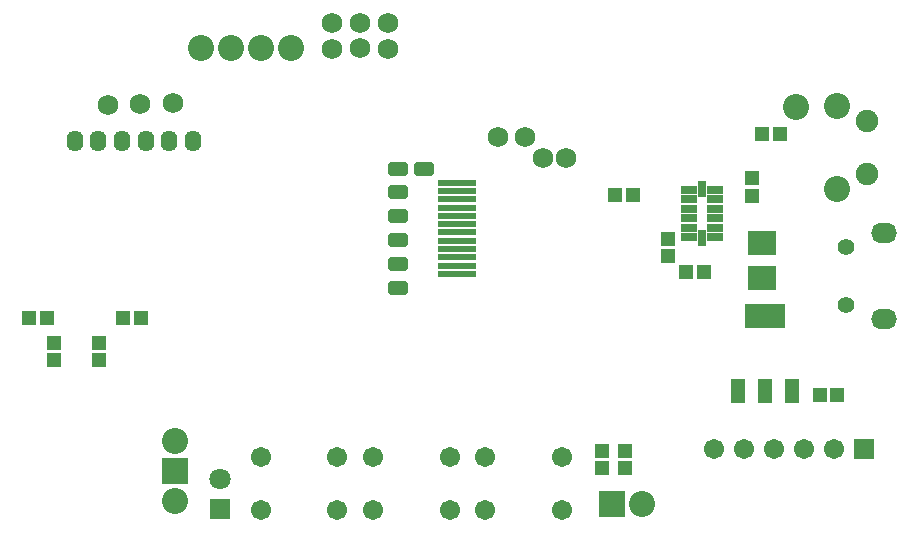
<source format=gts>
G04 Layer_Color=8388736*
%FSLAX44Y44*%
%MOMM*%
G71*
G01*
G75*
G04:AMPARAMS|DCode=50|XSize=1.7272mm|YSize=1.2032mm|CornerRadius=0.3516mm|HoleSize=0mm|Usage=FLASHONLY|Rotation=180.000|XOffset=0mm|YOffset=0mm|HoleType=Round|Shape=RoundedRectangle|*
%AMROUNDEDRECTD50*
21,1,1.7272,0.5000,0,0,180.0*
21,1,1.0240,1.2032,0,0,180.0*
1,1,0.7032,-0.5120,0.2500*
1,1,0.7032,0.5120,0.2500*
1,1,0.7032,0.5120,-0.2500*
1,1,0.7032,-0.5120,-0.2500*
%
%ADD50ROUNDEDRECTD50*%
%ADD51R,1.2032X1.2032*%
%ADD52R,2.4532X2.0032*%
%ADD53R,1.2032X1.2032*%
%ADD54R,1.2032X2.0532*%
%ADD55R,3.4032X2.0532*%
%ADD56R,3.2032X0.6032*%
%ADD57R,1.3482X0.7532*%
%ADD58R,0.7532X1.3482*%
%ADD59C,1.7272*%
%ADD60C,2.2032*%
%ADD61C,1.9032*%
%ADD62R,2.2032X2.2032*%
%ADD63O,1.4032X1.8032*%
%ADD64R,1.7032X1.7032*%
%ADD65C,1.7032*%
%ADD66R,2.2032X2.2032*%
%ADD67R,1.8032X1.8032*%
%ADD68C,1.8032*%
%ADD69O,2.2032X1.7032*%
%ADD70C,1.4031*%
D50*
X249500Y323250D02*
D03*
X227000D02*
D03*
Y223000D02*
D03*
X227250Y243250D02*
D03*
X227500Y263500D02*
D03*
X227000Y284000D02*
D03*
Y304000D02*
D03*
D51*
X400000Y85000D02*
D03*
Y70000D02*
D03*
X420000Y85000D02*
D03*
Y70000D02*
D03*
X456000Y264500D02*
D03*
Y249500D02*
D03*
X527144Y315744D02*
D03*
Y300744D02*
D03*
X-26000Y161500D02*
D03*
Y176500D02*
D03*
X-64000Y161500D02*
D03*
Y176500D02*
D03*
D52*
X536000Y231500D02*
D03*
Y260500D02*
D03*
D53*
X535500Y353000D02*
D03*
X550500D02*
D03*
X599500Y132000D02*
D03*
X584500D02*
D03*
X486500Y236000D02*
D03*
X471500D02*
D03*
X411500Y301000D02*
D03*
X426500D02*
D03*
X9500Y197000D02*
D03*
X-5500D02*
D03*
X-85000D02*
D03*
X-70000D02*
D03*
D54*
X515000Y135250D02*
D03*
X538000D02*
D03*
X561000D02*
D03*
D55*
X538000Y198750D02*
D03*
D56*
X277718Y234696D02*
D03*
Y241694D02*
D03*
Y248691D02*
D03*
Y255702D02*
D03*
Y262700D02*
D03*
Y269697D02*
D03*
Y276695D02*
D03*
Y283693D02*
D03*
Y290690D02*
D03*
Y297701D02*
D03*
Y304698D02*
D03*
Y311696D02*
D03*
D57*
X474005Y305892D02*
D03*
Y297892D02*
D03*
Y289892D02*
D03*
Y281892D02*
D03*
Y273892D02*
D03*
Y265892D02*
D03*
X495955D02*
D03*
Y273892D02*
D03*
Y281892D02*
D03*
Y289892D02*
D03*
Y297892D02*
D03*
Y305892D02*
D03*
D58*
X484980Y264917D02*
D03*
Y306867D02*
D03*
D59*
X-18000Y378000D02*
D03*
X370000Y332500D02*
D03*
X334750Y350250D02*
D03*
X219000Y447250D02*
D03*
X195250D02*
D03*
X171500D02*
D03*
X219000Y425250D02*
D03*
X195375Y425500D02*
D03*
X171750Y425250D02*
D03*
X36500Y379000D02*
D03*
X9250Y378500D02*
D03*
X312250Y350250D02*
D03*
X350000Y332500D02*
D03*
D60*
X564642Y375920D02*
D03*
X599132Y376376D02*
D03*
Y306376D02*
D03*
X434200Y39500D02*
D03*
X39000Y42000D02*
D03*
Y92800D02*
D03*
X137100Y426000D02*
D03*
X111700D02*
D03*
X86300D02*
D03*
X60900D02*
D03*
D61*
X624132Y363876D02*
D03*
Y318876D02*
D03*
D62*
X408800Y39500D02*
D03*
D63*
X-6250Y347250D02*
D03*
X13750D02*
D03*
X33750D02*
D03*
X-26250D02*
D03*
X-46250D02*
D03*
X53750D02*
D03*
D64*
X622300Y86360D02*
D03*
D65*
X596900D02*
D03*
X571500D02*
D03*
X546100D02*
D03*
X520700D02*
D03*
X495300D02*
D03*
X206023Y79513D02*
D03*
X271023D02*
D03*
X206023Y34513D02*
D03*
X271023D02*
D03*
X111023Y79513D02*
D03*
X176023D02*
D03*
X111023Y34513D02*
D03*
X176023D02*
D03*
X301023Y79513D02*
D03*
X366023D02*
D03*
X301023Y34513D02*
D03*
X366023D02*
D03*
D66*
X39000Y67400D02*
D03*
D67*
X77000Y35300D02*
D03*
D68*
Y60700D02*
D03*
D69*
X639262Y269047D02*
D03*
Y196453D02*
D03*
D70*
X606750Y257058D02*
D03*
Y208442D02*
D03*
M02*

</source>
